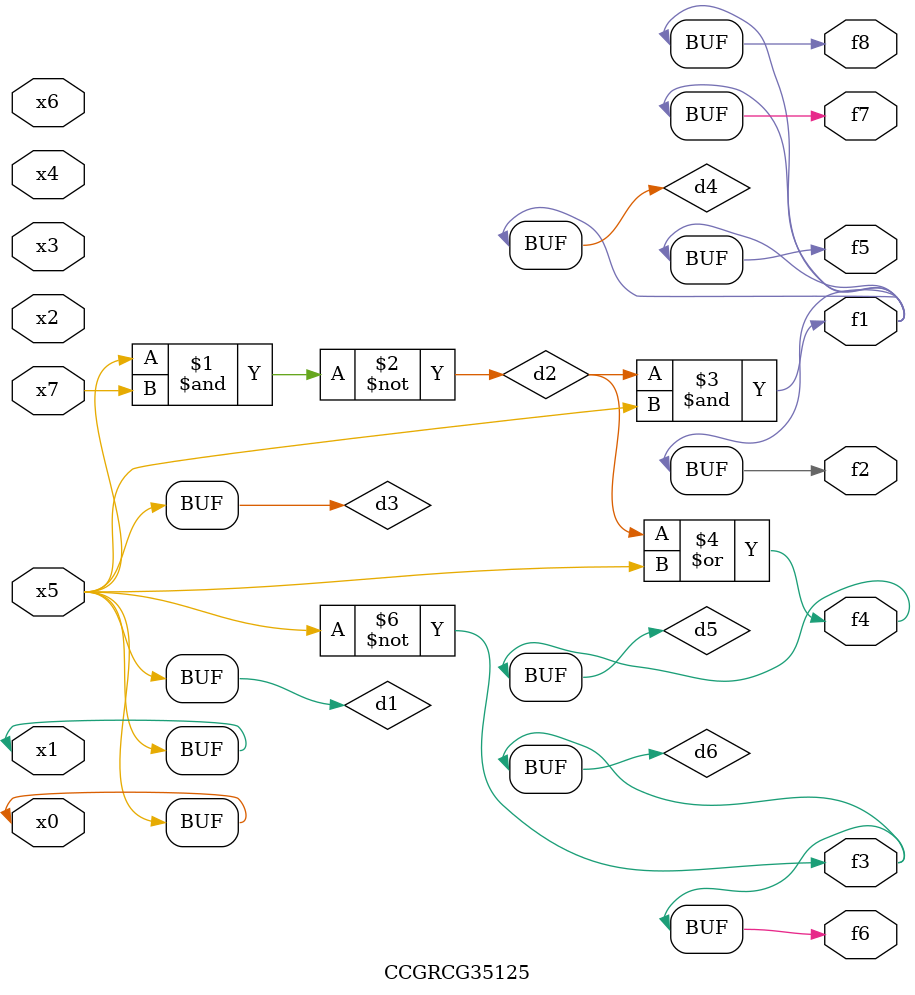
<source format=v>
module CCGRCG35125(
	input x0, x1, x2, x3, x4, x5, x6, x7,
	output f1, f2, f3, f4, f5, f6, f7, f8
);

	wire d1, d2, d3, d4, d5, d6;

	buf (d1, x0, x5);
	nand (d2, x5, x7);
	buf (d3, x0, x1);
	and (d4, d2, d3);
	or (d5, d2, d3);
	nor (d6, d1, d3);
	assign f1 = d4;
	assign f2 = d4;
	assign f3 = d6;
	assign f4 = d5;
	assign f5 = d4;
	assign f6 = d6;
	assign f7 = d4;
	assign f8 = d4;
endmodule

</source>
